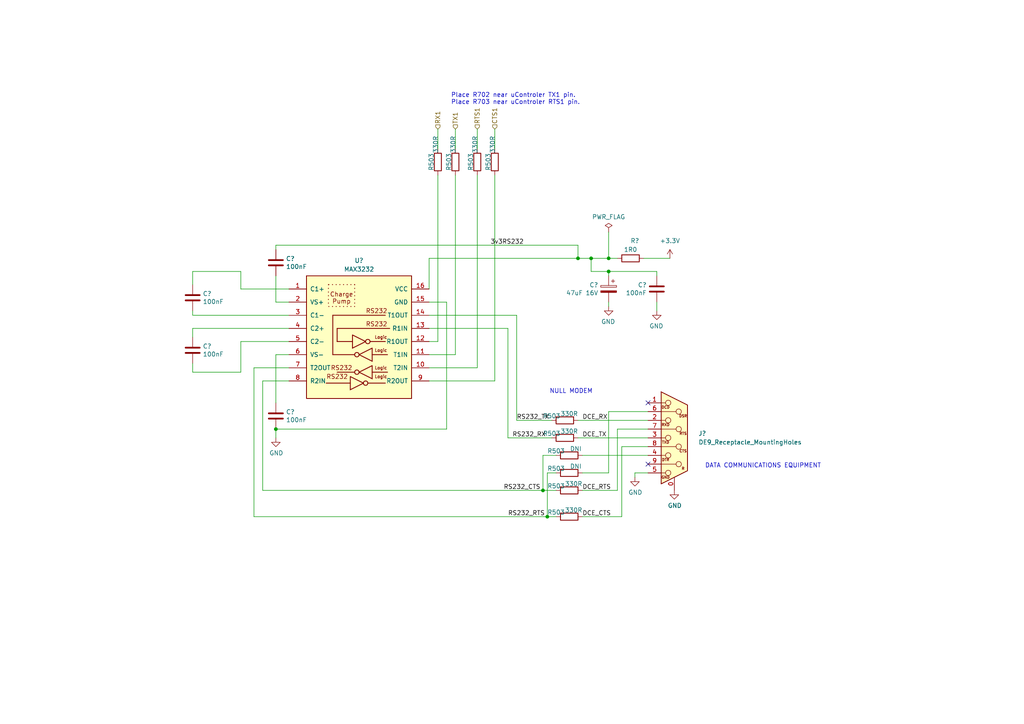
<source format=kicad_sch>
(kicad_sch (version 20230121) (generator eeschema)
  (paper "A4")
  (title_block (title "KRAKE_PCB") (date "2024-11-23") (rev "1") (company "PublicInvention") (comment 1 "GNU Affero General Public License v3.0") (comment 2 "DrawnBy: (Forrest) Lee Erickson, Nagham Kheir") (comment 3 "https://github.com/PubInv/krake") (comment 4 "Inherited from the GPAD"))
  (lib_symbols
    (symbol "Device:C" (pin_numbers hide) (pin_names (offset 0.254))
      (property "Reference" "C" (at 0.635 2.54 0))
      (property "Value" "C" (at 0.635 -2.54 0))
      (symbol "C_0_1"
        (polyline (pts (xy -2.032 -0.762) (xy 2.032 -0.762)) (stroke (width 0.508)))
        (polyline (pts (xy -2.032 0.762) (xy 2.032 0.762)) (stroke (width 0.508)))
      )
      (symbol "C_1_1"
        (pin passive line (at 0 3.81 270) (length 2.794) (name "~") (number "1"))
        (pin passive line (at 0 -3.81 90) (length 2.794) (name "~") (number "2"))
      )
    )
    (symbol "Device:C_Polarized" (pin_numbers hide) (pin_names (offset 0.254))
      (property "Reference" "C" (at 0.635 2.54 0))
      (property "Value" "C_Polarized" (at 0.635 -2.54 0))
      (symbol "C_Polarized_0_1"
        (rectangle (start -2.286 0.508) (end 2.286 1.016))
        (polyline (pts (xy -1.778 2.286) (xy -0.762 2.286)))
        (polyline (pts (xy -1.27 2.794) (xy -1.27 1.778)))
        (rectangle (start 2.286 -0.508) (end -2.286 -1.016) (fill (type outline)))
      )
      (symbol "C_Polarized_1_1"
        (pin passive line (at 0 3.81 270) (length 2.794) (name "~") (number "1"))
        (pin passive line (at 0 -3.81 90) (length 2.794) (name "~") (number "2"))
      )
    )
    (symbol "Device:R" (pin_numbers hide) (pin_names (offset 0))
      (property "Reference" "R" (at 2.032 0 90))
      (property "Value" "R" (at 0 0 90))
      (symbol "R_0_1"
        (rectangle (start -1.016 -2.54) (end 1.016 2.54) (stroke (width 0.254)))
      )
      (symbol "R_1_1"
        (pin passive line (at 0 3.81 270) (length 1.27) (name "~") (number "1"))
        (pin passive line (at 0 -3.81 90) (length 1.27) (name "~") (number "2"))
      )
    )
    (symbol "GPAD_SCH_LIB:DE9_Receptacle_MountingHoles_wSIGNALnames" (pin_names (offset 1.016) hide)
      (property "Reference" "J" (at 0 16.51 0))
      (property "Value" "DE9_Receptacle_MountingHoles" (at 0 14.605 0))
      (symbol "DE9_Receptacle_MountingHoles_wSIGNALnames_0_1"
        (circle (center -1.778 -10.16) (radius 0.762))
        (circle (center -1.778 -5.08) (radius 0.762))
        (circle (center -1.778 0) (radius 0.762))
        (circle (center -1.778 5.08) (radius 0.762))
        (circle (center -1.778 10.16) (radius 0.762))
        (polyline (pts (xy -3.81 -10.16) (xy -2.54 -10.16)))
        (polyline (pts (xy -3.81 -7.62) (xy 0.508 -7.62)))
        (polyline (pts (xy -3.81 -5.08) (xy -2.54 -5.08)))
        (polyline (pts (xy -3.81 -2.54) (xy 0.508 -2.54)))
        (polyline (pts (xy -3.81 0) (xy -2.54 0)))
        (polyline (pts (xy -3.81 2.54) (xy 0.508 2.54)))
        (polyline (pts (xy -3.81 5.08) (xy -2.54 5.08)))
        (polyline (pts (xy -3.81 7.62) (xy 0.508 7.62)))
        (polyline (pts (xy -3.81 10.16) (xy -2.54 10.16)))
        (polyline (pts (xy -3.81 13.335) (xy -3.81 -13.335) (xy 3.81 -9.525) (xy 3.81 9.525) (xy -3.81 13.335)) (stroke (width 0.254)) (fill (type background)))
        (circle (center 1.27 -7.62) (radius 0.762))
        (circle (center 1.27 -2.54) (radius 0.762))
        (circle (center 1.27 2.54) (radius 0.762))
        (circle (center 1.27 7.62) (radius 0.762))
      )
      (symbol "DE9_Receptacle_MountingHoles_wSIGNALnames_1_0"
        (text "DSR" (at 2.54 6.35 0) (effects (font (size 0.762 0.762))))
        (text "RTS" (at 2.54 1.27 0) (effects (font (size 0.762 0.762))))
      )
      (symbol "DE9_Receptacle_MountingHoles_wSIGNALnames_1_1"
        (text "CTS" (at 2.54 -3.81 0) (effects (font (size 0.762 0.762))))
        (text "DCD" (at -2.54 8.89 0) (effects (font (size 0.762 0.762))))
        (text "DTR" (at -2.54 -6.35 0) (effects (font (size 0.762 0.762))))
        (text "GND" (at -2.54 -11.43 0) (effects (font (size 0.762 0.762))))
        (text "R" (at 2.54 -8.89 0) (effects (font (size 0.762 0.762))))
        (text "RXD" (at -2.54 3.81 0) (effects (font (size 0.762 0.762))))
        (text "TXD" (at -2.54 -1.27 0) (effects (font (size 0.762 0.762))))
        (pin passive line (at 0 -15.24 90) (length 3.81) (name "PAD") (number "0"))
        (pin passive line (at -7.62 10.16 0) (length 3.81) (name "1") (number "1"))
        (pin passive line (at -7.62 5.08 0) (length 3.81) (name "2") (number "2"))
        (pin passive line (at -7.62 0 0) (length 3.81) (name "3") (number "3"))
        (pin passive line (at -7.62 -5.08 0) (length 3.81) (name "4") (number "4"))
        (pin passive line (at -7.62 -10.16 0) (length 3.81) (name "5") (number "5"))
        (pin passive line (at -7.62 7.62 0) (length 3.81) (name "6") (number "6"))
        (pin passive line (at -7.62 2.54 0) (length 3.81) (name "7") (number "7"))
        (pin passive line (at -7.62 -2.54 0) (length 3.81) (name "8") (number "8"))
        (pin passive line (at -7.62 -7.62 0) (length 3.81) (name "9") (number "9"))
      )
    )
    (symbol "GPAD_SCH_LIB:MAX3232_InOrder" (pin_names (offset 1.016))
      (property "Reference" "U?" (at 1.9559 29.845 0))
      (property "Value" "MAX3232" (at 1.9559 27.305 0))
      (symbol "MAX3232_InOrder_0_0"
        (text "RS232" (at -6.35 -2.54 0) (effects (font (size 1.27 1.27))))
        (text "RS232" (at -5.08 0 0) (effects (font (size 1.27 1.27))))
        (text "RS232" (at 5.08 12.7 0) (effects (font (size 1.27 1.27))))
        (text "RS232" (at 5.08 16.51 0) (effects (font (size 1.27 1.27))))
      )
      (symbol "MAX3232_InOrder_0_1"
        (rectangle (start -15.24 26.67) (end 15.24 -8.89) (stroke (width 0.254)) (fill (type background)))
        (circle (center -0.635 -1.27) (radius 0.635) (stroke (width 0.254)))
        (circle (center -0.635 3.81) (radius 0.635) (stroke (width 0.254)))
        (polyline (pts (xy -7.62 15.24) (xy -7.62 3.81)) (stroke (width 0.254)))
        (polyline (pts (xy -6.35 11.43) (xy -6.35 7.62)) (stroke (width 0.254)))
        (polyline (pts (xy -2.54 -4.445) (xy -9.525 -4.445)) (stroke (width 0.254)))
        (polyline (pts (xy -1.905 7.62) (xy -6.35 7.62)) (stroke (width 0.254)))
        (polyline (pts (xy -1.27 -1.27) (xy -6.35 -1.27)) (stroke (width 0.254)))
        (polyline (pts (xy -1.27 3.81) (xy -7.62 3.81)) (stroke (width 0.254)))
        (polyline (pts (xy 2.54 -4.445) (xy 7.62 -4.445)) (stroke (width 0.254)))
        (polyline (pts (xy 3.175 7.62) (xy 7.62 7.62)) (stroke (width 0.254)))
        (polyline (pts (xy 3.81 -1.27) (xy 8.255 -1.27)) (stroke (width 0.254)))
        (polyline (pts (xy 3.81 3.81) (xy 8.255 3.81)) (stroke (width 0.254)))
        (polyline (pts (xy 7.62 15.24) (xy -7.62 15.24)) (stroke (width 0.254)))
        (polyline (pts (xy 8.89 11.43) (xy -6.35 11.43)) (stroke (width 0.254)))
        (polyline (pts (xy -2.54 -6.35) (xy -2.54 -2.54) (xy 1.27 -4.445) (xy -2.54 -6.35)) (stroke (width 0.254)))
        (polyline (pts (xy -1.905 5.715) (xy -1.905 9.525) (xy 1.905 7.62) (xy -1.905 5.715)) (stroke (width 0.254)))
        (polyline (pts (xy 3.81 -3.175) (xy 3.81 0.635) (xy 0 -1.27) (xy 3.81 -3.175)) (stroke (width 0.254)))
        (polyline (pts (xy 3.81 1.905) (xy 3.81 5.715) (xy 0 3.81) (xy 3.81 1.905)) (stroke (width 0.254)))
        (circle (center 1.905 -4.445) (radius 0.635) (stroke (width 0.254)))
        (circle (center 2.54 7.62) (radius 0.635) (stroke (width 0.254)))
      )
      (symbol "MAX3232_InOrder_1_0"
        (text "Charge\nPump" (at -5.08 20.32 0) (effects (font (size 1.27 1.27))))
        (text "Logic" (at 6.35 -2.54 0) (effects (font (size 0.889 0.889))))
        (text "Logic" (at 6.35 0 0) (effects (font (size 0.889 0.889))))
        (text "Logic" (at 6.35 5.08 0) (effects (font (size 0.889 0.889))))
        (text "Logic" (at 6.35 8.89 0) (effects (font (size 0.889 0.889))))
      )
      (symbol "MAX3232_InOrder_1_1"
        (polyline (pts (xy -8.89 24.13) (xy -8.89 17.78)) (stroke (width 0.254) (type dot)))
        (polyline (pts (xy -1.27 17.78) (xy -8.89 17.78)) (stroke (width 0.254) (type dot)))
        (polyline (pts (xy -1.27 24.13) (xy -8.89 24.13)) (stroke (width 0.254) (type dot)))
        (polyline (pts (xy -1.27 24.13) (xy -1.27 17.78)) (stroke (width 0.254) (type dot)))
        (pin passive line (at -20.32 22.86 0) (length 5.08) (name "C1+") (number "1"))
        (pin input line (at 20.32 0 180) (length 5.08) (name "T2IN") (number "10"))
        (pin input line (at 20.32 3.81 180) (length 5.08) (name "T1IN") (number "11"))
        (pin output line (at 20.32 7.62 180) (length 5.08) (name "R1OUT") (number "12"))
        (pin input line (at 20.32 11.43 180) (length 5.08) (name "R1IN") (number "13"))
        (pin output line (at 20.32 15.24 180) (length 5.08) (name "T1OUT") (number "14"))
        (pin power_in line (at 20.32 19.05 180) (length 5.08) (name "GND") (number "15"))
        (pin power_in line (at 20.32 22.86 180) (length 5.08) (name "VCC") (number "16"))
        (pin power_out line (at -20.32 19.05 0) (length 5.08) (name "VS+") (number "2"))
        (pin passive line (at -20.32 15.24 0) (length 5.08) (name "C1-") (number "3"))
        (pin passive line (at -20.32 11.43 0) (length 5.08) (name "C2+") (number "4"))
        (pin passive line (at -20.32 7.62 0) (length 5.08) (name "C2-") (number "5"))
        (pin power_out line (at -20.32 3.81 0) (length 5.08) (name "VS-") (number "6"))
        (pin output line (at -20.32 0 0) (length 5.08) (name "T2OUT") (number "7"))
        (pin input line (at -20.32 -3.81 0) (length 5.08) (name "R2IN") (number "8"))
        (pin output line (at 20.32 -3.81 180) (length 5.08) (name "R2OUT") (number "9"))
      )
    )
    (symbol "power:+3.3V" (power) (pin_names (offset 0))
      (property "Value" "+3.3V" (at 0 3.556 0))
      (symbol "+3.3V_0_1"
        (polyline (pts (xy -0.762 1.27) (xy 0 2.54)))
        (polyline (pts (xy 0 0) (xy 0 2.54)))
        (polyline (pts (xy 0 2.54) (xy 0.762 1.27)))
      )
      (symbol "+3.3V_1_1"
        (pin power_in line (at 0 0 90) (length 0) hide (name "+3.3V") (number "1"))
      )
    )
    (symbol "power:GND" (power) (pin_names (offset 0))
      (property "Value" "GND" (at 0 -3.81 0))
      (symbol "GND_0_1"
        (polyline (pts (xy 0 0) (xy 0 -1.27) (xy 1.27 -1.27) (xy 0 -2.54) (xy -1.27 -1.27) (xy 0 -1.27)))
      )
      (symbol "GND_1_1"
        (pin power_in line (at 0 0 270) (length 0) hide (name "GND") (number "1"))
      )
    )
    (symbol "power:PWR_FLAG" (power) (pin_numbers hide) (pin_names (offset 0) hide)
      (property "Value" "PWR_FLAG" (at 0 3.81 0))
      (symbol "PWR_FLAG_0_0"
        (pin power_out line (at 0 0 90) (length 0) (name "pwr") (number "1"))
      )
      (symbol "PWR_FLAG_0_1"
        (polyline (pts (xy 0 0) (xy 0 1.27) (xy -1.016 1.905) (xy 0 2.54) (xy 1.016 1.905) (xy 0 1.27)))
      )
    )
  )
  (junction (at 176.53 78.74))
  (junction (at 80.01 124.46))
  (junction (at 171.45 74.93))
  (junction (at 176.53 74.93))
  (junction (at 167.64 74.93))
  (junction (at 158.75 149.86))
  (junction (at 157.48 142.24))
  (no_connect (at 187.96 134.62))
  (no_connect (at 187.96 116.84))
  (wire (pts (xy 127 37.465) (xy 127 43.18)))
  (wire (pts (xy 55.88 105.41) (xy 55.88 107.95)))
  (wire (pts (xy 138.43 37.465) (xy 138.43 43.18)))
  (wire (pts (xy 180.34 129.54) (xy 187.96 129.54)))
  (wire (pts (xy 69.85 107.95) (xy 69.85 99.06)))
  (wire (pts (xy 69.85 78.74) (xy 55.88 78.74)))
  (wire (pts (xy 76.2 142.24) (xy 157.48 142.24)))
  (wire (pts (xy 132.08 102.87) (xy 124.46 102.87)))
  (wire (pts (xy 190.5 78.74) (xy 176.53 78.74)))
  (wire (pts (xy 124.46 106.68) (xy 138.43 106.68)))
  (wire (pts (xy 179.07 74.93) (xy 176.53 74.93)))
  (wire (pts (xy 187.96 132.08) (xy 168.91 132.08)))
  (wire (pts (xy 161.29 132.08) (xy 157.48 132.08)))
  (wire (pts (xy 80.01 71.12) (xy 80.01 72.39)))
  (wire (pts (xy 132.08 37.465) (xy 132.08 43.18)))
  (wire (pts (xy 184.15 138.43) (xy 184.15 137.16)))
  (wire (pts (xy 179.07 124.46) (xy 187.96 124.46)))
  (wire (pts (xy 184.15 137.16) (xy 187.96 137.16)))
  (wire (pts (xy 127 99.06) (xy 124.46 99.06)))
  (wire (pts (xy 147.32 127) (xy 160.02 127)))
  (wire (pts (xy 83.82 83.82) (xy 69.85 83.82)))
  (wire (pts (xy 176.53 88.9) (xy 176.53 87.63)))
  (wire (pts (xy 168.91 142.24) (xy 179.07 142.24)))
  (wire (pts (xy 167.64 127) (xy 187.96 127)))
  (wire (pts (xy 138.43 50.8) (xy 138.43 106.68)))
  (wire (pts (xy 158.75 149.86) (xy 161.29 149.86)))
  (wire (pts (xy 124.46 87.63) (xy 129.54 87.63)))
  (wire (pts (xy 55.88 90.17) (xy 55.88 91.44)))
  (wire (pts (xy 69.85 99.06) (xy 83.82 99.06)))
  (wire (pts (xy 83.82 95.25) (xy 55.88 95.25)))
  (wire (pts (xy 176.53 137.16) (xy 168.91 137.16)))
  (wire (pts (xy 157.48 142.24) (xy 161.29 142.24)))
  (wire (pts (xy 80.01 71.12) (xy 167.64 71.12)))
  (wire (pts (xy 190.5 90.17) (xy 190.5 87.63)))
  (wire (pts (xy 55.88 78.74) (xy 55.88 82.55)))
  (wire (pts (xy 83.82 110.49) (xy 76.2 110.49)))
  (wire (pts (xy 124.46 74.93) (xy 167.64 74.93)))
  (wire (pts (xy 149.86 121.92) (xy 160.02 121.92)))
  (wire (pts (xy 80.01 124.46) (xy 129.54 124.46)))
  (wire (pts (xy 124.46 95.25) (xy 147.32 95.25)))
  (wire (pts (xy 55.88 107.95) (xy 69.85 107.95)))
  (wire (pts (xy 176.53 78.74) (xy 171.45 78.74)))
  (wire (pts (xy 171.45 74.93) (xy 176.53 74.93)))
  (wire (pts (xy 55.88 95.25) (xy 55.88 97.79)))
  (wire (pts (xy 176.53 80.01) (xy 176.53 78.74)))
  (wire (pts (xy 80.01 124.46) (xy 80.01 127)))
  (wire (pts (xy 176.53 67.31) (xy 176.53 74.93)))
  (wire (pts (xy 80.01 102.87) (xy 80.01 116.84)))
  (wire (pts (xy 80.01 87.63) (xy 83.82 87.63)))
  (wire (pts (xy 124.46 74.93) (xy 124.46 83.82)))
  (wire (pts (xy 161.29 137.16) (xy 158.75 137.16)))
  (wire (pts (xy 143.51 110.49) (xy 124.46 110.49)))
  (wire (pts (xy 55.88 91.44) (xy 83.82 91.44)))
  (wire (pts (xy 69.85 83.82) (xy 69.85 78.74)))
  (wire (pts (xy 167.64 121.92) (xy 187.96 121.92)))
  (wire (pts (xy 129.54 87.63) (xy 129.54 124.46)))
  (wire (pts (xy 179.07 142.24) (xy 179.07 124.46)))
  (wire (pts (xy 149.86 91.44) (xy 149.86 121.92)))
  (wire (pts (xy 73.66 149.86) (xy 158.75 149.86)))
  (wire (pts (xy 180.34 149.86) (xy 180.34 129.54)))
  (wire (pts (xy 190.5 80.01) (xy 190.5 78.74)))
  (wire (pts (xy 176.53 119.38) (xy 176.53 137.16)))
  (wire (pts (xy 143.51 50.8) (xy 143.51 110.49)))
  (wire (pts (xy 147.32 95.25) (xy 147.32 127)))
  (wire (pts (xy 167.64 74.93) (xy 171.45 74.93)))
  (wire (pts (xy 167.64 71.12) (xy 167.64 74.93)))
  (wire (pts (xy 124.46 91.44) (xy 149.86 91.44)))
  (wire (pts (xy 83.82 106.68) (xy 73.66 106.68)))
  (wire (pts (xy 157.48 132.08) (xy 157.48 142.24)))
  (wire (pts (xy 76.2 110.49) (xy 76.2 142.24)))
  (wire (pts (xy 194.31 74.93) (xy 186.69 74.93)))
  (wire (pts (xy 158.75 137.16) (xy 158.75 149.86)))
  (wire (pts (xy 168.91 149.86) (xy 180.34 149.86)))
  (wire (pts (xy 143.51 37.465) (xy 143.51 43.18)))
  (wire (pts (xy 132.08 50.8) (xy 132.08 102.87)))
  (wire (pts (xy 171.45 78.74) (xy 171.45 74.93)))
  (wire (pts (xy 127 50.8) (xy 127 99.06)))
  (wire (pts (xy 80.01 102.87) (xy 83.82 102.87)))
  (wire (pts (xy 73.66 106.68) (xy 73.66 149.86)))
  (wire (pts (xy 80.01 80.01) (xy 80.01 87.63)))
  (wire (pts (xy 187.96 119.38) (xy 176.53 119.38)))
  (text "Place R702 near uControler TX1 pin.\nPlace R703 near uControler RTS1 pin." (at 130.81 30.48 0) (effects (font (size 1.27 1.27)) (justify left bottom)))
  (text "NULL MODEM" (at 159.385 114.3 0) (effects (font (size 1.27 1.27)) (justify left bottom)))
  (text "DATA COMMUNICATIONS EQUIPMENT" (at 204.47 135.89 0) (effects (font (size 1.27 1.27)) (justify left bottom)))
  (label "3v3RS232" (at 142.24 71.12 0))
  (label "RS232_RX" (at 148.59 127 0))
  (label "RS232_TX" (at 149.86 121.92 0))
  (label "RS232_RTS" (at 147.32 149.86 0))
  (label "DCE_RX" (at 168.91 121.92 0))
  (label "DCE_TX" (at 168.91 127 0))
  (label "DCE_RTS" (at 168.91 142.24 0))
  (label "DCE_CTS" (at 168.91 149.86 0))
  (label "RS232_CTS" (at 146.05 142.24 0))
  (hierarchical_label "CTS1" (shape input) (at 143.51 37.465 90))
  (hierarchical_label "TX1" (shape input) (at 132.08 37.465 90))
  (hierarchical_label "RX1" (shape input) (at 127 37.465 90))
  (hierarchical_label "RTS1" (shape input) (at 138.43 37.465 90))
  (symbol (lib_id "power:GND") (at 195.58 142.24 0) (unit 1)
    (property "Reference" "#PWR028" (effects hide))
    (property "Value" "GND" (at 195.707 146.6342 0))
    (instances (project "PCBa_KRAKE" (path "" (reference "#PWR028") (unit 1)) (path "" (reference "#PWR032") (unit 1))))
  )
  (symbol (lib_id "Device:R") (at 132.08 46.99 0) (unit 1)
    (property "Reference" "R503" (at 130.175 46.99 90))
    (property "Value" "330R" (at 131.445 41.91 90))
    (property "Footprint" "Resistor_SMD:R_0603_1608Metric_Pad0.98x0.95mm_HandSolder" (effects hide))
    (property "Distributor 1" "JLCPCB" (effects hide))
    (property "Distributor 1 PN" "C269711" (effects hide))
    (property "Manufacturer" "TyoHM" (effects hide))
    (property "MPN" "RMC06033301%N" (effects hide))
    (property "Description" "0.1W ±1% 330Ω 0603 Chip Resistor - Surface Mount ROHS" (effects hide))
    (property "AssemblyType" "SMT" (effects hide))
    (property "Cost" "0.0015" (effects hide))
    (instances (project "PCBa_KRAKE" (path "" (reference "R503") (unit 1)) (path "" (reference "R?") (unit 1)) (path "" (reference "R702") (unit 1))))
  )
  (symbol (lib_id "GPAD_SCH_LIB:DE9_Receptacle_MountingHoles_wSIGNALnames") (at 195.58 127 0) (unit 1)
    (property "Reference" "J?" (at 202.565 125.73 0) (effects (justify left)))
    (property "Value" "DE9_Receptacle_MountingHoles" (at 202.565 128.27 0) (effects (justify left)))
    (property "Footprint" "Connector_Dsub:DSUB-9_Female_Horizontal_P2.77x2.84mm_EdgePinOffset9.90mm_Housed_MountingHolesOffset11.32mm" (effects hide))
    (property "Datasheet" " ~" (effects hide))
    (instances (project "PCBa_KRAKE" (path "" (reference "J?") (unit 1)) (path "" (reference "J701") (unit 1))))
  )
  (symbol (lib_id "power:GND") (at 190.5 90.17 0) (mirror y) (unit 1)
    (property "Reference" "#PWR031" (effects hide))
    (property "Value" "GND" (at 190.373 94.5642 0))
    (instances (project "PCBa_KRAKE" (path "" (reference "#PWR031") (unit 1)) (path "" (reference "#PWR030") (unit 1))))
  )
  (symbol (lib_id "GPAD_SCH_LIB:MAX3232_InOrder") (at 104.14 106.68 0) (unit 1)
    (property "Reference" "U?" (at 104.14 75.565 0))
    (property "Value" "MAX3232" (at 104.14 78.105 0))
    (property "Footprint" "Package_SO:SOIC-16_4.55x10.3mm_P1.27mm" (effects hide))
    (property "Datasheet" "https://datasheets.maximintegrated.com/en/ds/MAX3222-MAX3241.pdf" (effects hide))
    (instances (project "PCBa_KRAKE" (path "" (reference "U?") (unit 1)) (path "" (reference "U701") (unit 1))))
  )
  (symbol (lib_id "Device:R") (at 165.1 132.08 90) (unit 1) (in_bom no)
    (property "Reference" "R503" (at 161.29 130.81 90))
    (property "Value" "DNI" (at 167.005 130.175 90))
    (property "Footprint" "Resistor_SMD:R_0603_1608Metric_Pad0.98x0.95mm_HandSolder" (effects hide))
    (property "Distributor 1" "JLCPCB" (effects hide))
    (property "Distributor 1 PN" "C269711" (effects hide))
    (property "Manufacturer" "TyoHM" (effects hide))
    (property "MPN" "RMC06033301%N" (effects hide))
    (property "Description" "0.1W ±1% 330Ω 0603 Chip Resistor - Surface Mount ROHS" (effects hide))
    (property "AssemblyType" "SMT" (effects hide))
    (property "Cost" "0.0015" (effects hide))
    (instances (project "PCBa_KRAKE" (path "" (reference "R503") (unit 1)) (path "" (reference "R?") (unit 1)) (path "" (reference "R707") (unit 1))))
  )
  (symbol (lib_id "power:GND") (at 176.53 88.9 0) (mirror y) (unit 1)
    (property "Reference" "#PWR032" (effects hide))
    (property "Value" "GND" (at 176.403 93.2942 0))
    (instances (project "PCBa_KRAKE" (path "" (reference "#PWR032") (unit 1)) (path "" (reference "#PWR027") (unit 1))))
  )
  (symbol (lib_id "Device:C_Polarized") (at 176.53 83.82 0) (mirror y) (unit 1)
    (property "Reference" "C?" (at 173.5328 82.6516 0) (effects (justify left)))
    (property "Value" "47uF 16V" (at 173.5328 84.963 0) (effects (justify left)))
    (property "Footprint" "Capacitor_SMD:CP_Elec_5x5.4" (effects hide))
    (property "Distributor 1" "JLCPCB" (effects hide))
    (property "Distributor 1 PN" "C2895272" (effects hide))
    (property "Manufacturer" "KNSCHA" (effects hide))
    (property "MPN" "RVT47UF16V67RV0019" (effects hide))
    (property "AssemblyType" "SMT" (effects hide))
    (property "Cost" "0.038" (effects hide))
    (instances (project "PCBa_KRAKE" (path "" (reference "C?") (unit 1)) (path "" (reference "C705") (unit 1))))
  )
  (symbol (lib_id "power:PWR_FLAG") (at 176.53 67.31 0) (mirror y) (unit 1)
    (property "Reference" "#FLG03" (effects hide))
    (property "Value" "PWR_FLAG" (at 176.53 62.9158 0))
  )
  (symbol (lib_id "Device:R") (at 165.1 149.86 90) (unit 1)
    (property "Reference" "R503" (at 161.29 148.59 90))
    (property "Value" "330R" (at 166.37 147.955 90))
    (property "Footprint" "Resistor_SMD:R_0603_1608Metric_Pad0.98x0.95mm_HandSolder" (effects hide))
    (property "Distributor 1" "JLCPCB" (effects hide))
    (property "Distributor 1 PN" "C269711" (effects hide))
    (property "Manufacturer" "TyoHM" (effects hide))
    (property "MPN" "RMC06033301%N" (effects hide))
    (property "Description" "0.1W ±1% 330Ω 0603 Chip Resistor - Surface Mount ROHS" (effects hide))
    (property "AssemblyType" "SMT" (effects hide))
    (property "Cost" "0.0015" (effects hide))
    (instances (project "PCBa_KRAKE" (path "" (reference "R503") (unit 1)) (path "" (reference "R?") (unit 1)) (path "" (reference "R710") (unit 1))))
  )
  (symbol (lib_id "Device:C") (at 190.5 83.82 0) (mirror y) (unit 1)
    (property "Reference" "C?" (at 187.579 82.6516 0) (effects (justify left)))
    (property "Value" "100nF" (at 187.579 84.963 0) (effects (justify left)))
    (property "Footprint" "Capacitor_SMD:C_0603_1608Metric_Pad1.08x0.95mm_HandSolder" (effects hide))
    (property "Distributor 1" "JLCPCB" (effects hide))
    (property "Distributor 1 PN" "C14663" (effects hide))
    (property "Manufacturer" "YAGEO" (effects hide))
    (property "MPN" "CC0603KRX7R9BB104" (effects hide))
    (property "Description" "50V 100nF X7R ±10% 0603 Multilayer Ceramic Capacitors MLCC - SMD/SMT ROHS" (effects hide))
    (property "AssemblyType" "SMT" (effects hide))
    (property "Cost" "0.0021" (effects hide))
    (instances (project "PCBa_KRAKE" (path "" (reference "C?") (unit 1)) (path "" (reference "C706") (unit 1))))
  )
  (symbol (lib_id "Device:R") (at 138.43 46.99 0) (unit 1)
    (property "Reference" "R503" (at 136.525 46.99 90))
    (property "Value" "330R" (at 137.795 41.91 90))
    (property "Footprint" "Resistor_SMD:R_0603_1608Metric_Pad0.98x0.95mm_HandSolder" (effects hide))
    (property "Distributor 1" "JLCPCB" (effects hide))
    (property "Distributor 1 PN" "C269711" (effects hide))
    (property "Manufacturer" "TyoHM" (effects hide))
    (property "MPN" "RMC06033301%N" (effects hide))
    (property "Description" "0.1W ±1% 330Ω 0603 Chip Resistor - Surface Mount ROHS" (effects hide))
    (property "AssemblyType" "SMT" (effects hide))
    (property "Cost" "0.0015" (effects hide))
    (instances (project "PCBa_KRAKE" (path "" (reference "R503") (unit 1)) (path "" (reference "R?") (unit 1)) (path "" (reference "R703") (unit 1))))
  )
  (symbol (lib_id "Device:C") (at 55.88 86.36 0) (unit 1)
    (property "Reference" "C?" (at 58.801 85.1916 0) (effects (justify left)))
    (property "Value" "100nF" (at 58.801 87.503 0) (effects (justify left)))
    (property "Footprint" "Capacitor_SMD:C_0603_1608Metric_Pad1.08x0.95mm_HandSolder" (effects hide))
    (property "Distributor 1" "JLCPCB" (effects hide))
    (property "Distributor 1 PN" "C14663" (effects hide))
    (property "Manufacturer" "YAGEO" (effects hide))
    (property "MPN" "CC0603KRX7R9BB104" (effects hide))
    (property "Description" "50V 100nF X7R ±10% 0603 Multilayer Ceramic Capacitors MLCC - SMD/SMT ROHS" (effects hide))
    (property "AssemblyType" "SMT" (effects hide))
    (property "Cost" "0.0021" (effects hide))
    (instances (project "PCBa_KRAKE" (path "" (reference "C?") (unit 1)) (path "" (reference "C701") (unit 1))))
  )
  (symbol (lib_id "Device:C") (at 55.88 101.6 0) (unit 1)
    (property "Reference" "C?" (at 58.801 100.4316 0) (effects (justify left)))
    (property "Value" "100nF" (at 58.801 102.743 0) (effects (justify left)))
    (property "Footprint" "Capacitor_SMD:C_0603_1608Metric_Pad1.08x0.95mm_HandSolder" (effects hide))
    (property "Distributor 1" "JLCPCB" (effects hide))
    (property "Distributor 1 PN" "C14663" (effects hide))
    (property "Manufacturer" "YAGEO" (effects hide))
    (property "MPN" "CC0603KRX7R9BB104" (effects hide))
    (property "Description" "50V 100nF X7R ±10% 0603 Multilayer Ceramic Capacitors MLCC - SMD/SMT ROHS" (effects hide))
    (property "AssemblyType" "SMT" (effects hide))
    (property "Cost" "0.0021" (effects hide))
    (instances (project "PCBa_KRAKE" (path "" (reference "C?") (unit 1)) (path "" (reference "C702") (unit 1))))
  )
  (symbol (lib_id "Device:R") (at 143.51 46.99 0) (unit 1)
    (property "Reference" "R503" (at 141.605 46.99 90))
    (property "Value" "330R" (at 142.875 41.91 90))
    (property "Footprint" "Resistor_SMD:R_0603_1608Metric_Pad0.98x0.95mm_HandSolder" (effects hide))
    (property "Distributor 1" "JLCPCB" (effects hide))
    (property "Distributor 1 PN" "C269711" (effects hide))
    (property "Manufacturer" "TyoHM" (effects hide))
    (property "MPN" "RMC06033301%N" (effects hide))
    (property "Description" "0.1W ±1% 330Ω 0603 Chip Resistor - Surface Mount ROHS" (effects hide))
    (property "AssemblyType" "SMT" (effects hide))
    (property "Cost" "0.0015" (effects hide))
    (instances (project "PCBa_KRAKE" (path "" (reference "R503") (unit 1)) (path "" (reference "R?") (unit 1)) (path "" (reference "R704") (unit 1))))
  )
  (symbol (lib_id "Device:R") (at 163.83 127 90) (unit 1)
    (property "Reference" "R503" (at 160.02 125.73 90))
    (property "Value" "330R" (at 165.1 125.095 90))
    (property "Footprint" "Resistor_SMD:R_0603_1608Metric_Pad0.98x0.95mm_HandSolder" (effects hide))
    (property "Distributor 1" "JLCPCB" (effects hide))
    (property "Distributor 1 PN" "C269711" (effects hide))
    (property "Manufacturer" "TyoHM" (effects hide))
    (property "MPN" "RMC06033301%N" (effects hide))
    (property "Description" "0.1W ±1% 330Ω 0603 Chip Resistor - Surface Mount ROHS" (effects hide))
    (property "AssemblyType" "SMT" (effects hide))
    (property "Cost" "0.0015" (effects hide))
    (instances (project "PCBa_KRAKE" (path "" (reference "R503") (unit 1)) (path "" (reference "R?") (unit 1)) (path "" (reference "R706") (unit 1))))
  )
  (symbol (lib_id "Device:R") (at 182.88 74.93 90) (mirror x) (unit 1)
    (property "Reference" "R?" (at 184.15 69.85 90))
    (property "Value" "1R0" (at 182.88 72.39 90))
    (property "Footprint" "Resistor_SMD:R_0603_1608Metric_Pad0.98x0.95mm_HandSolder" (effects hide))
    (property "Distributor 1" "JLCPCB" (effects hide))
    (property "Distributor 1 PN" "C269434" (effects hide))
    (property "Manufacturer" "TyoHM" (effects hide))
    (property "MPN" "RMC060315%N" (effects hide))
    (property "Description" "0.1W ±5% 1Ω 0603 Chip Resistor - Surface Mount ROHS" (effects hide))
    (property "AssemblyType" "SMT" (effects hide))
    (property "Cost" "0.0015" (effects hide))
    (instances (project "PCBa_KRAKE" (path "" (reference "R?") (unit 1)) (path "" (reference "R711") (unit 1))))
  )
  (symbol (lib_id "Device:R") (at 165.1 142.24 90) (unit 1)
    (property "Reference" "R503" (at 161.29 140.97 90))
    (property "Value" "330R" (at 166.37 140.335 90))
    (property "Footprint" "Resistor_SMD:R_0603_1608Metric_Pad0.98x0.95mm_HandSolder" (effects hide))
    (property "Distributor 1" "JLCPCB" (effects hide))
    (property "Distributor 1 PN" "C269711" (effects hide))
    (property "Manufacturer" "TyoHM" (effects hide))
    (property "MPN" "RMC06033301%N" (effects hide))
    (property "Description" "0.1W ±1% 330Ω 0603 Chip Resistor - Surface Mount ROHS" (effects hide))
    (property "AssemblyType" "SMT" (effects hide))
    (property "Cost" "0.0015" (effects hide))
    (instances (project "PCBa_KRAKE" (path "" (reference "R503") (unit 1)) (path "" (reference "R?") (unit 1)) (path "" (reference "R709") (unit 1))))
  )
  (symbol (lib_id "Device:R") (at 165.1 137.16 90) (unit 1) (in_bom no)
    (property "Reference" "R503" (at 161.29 135.89 90))
    (property "Value" "DNI" (at 167.005 135.255 90))
    (property "Footprint" "Resistor_SMD:R_0603_1608Metric_Pad0.98x0.95mm_HandSolder" (effects hide))
    (property "Distributor 1" "JLCPCB" (effects hide))
    (property "Distributor 1 PN" "C269711" (effects hide))
    (property "Manufacturer" "TyoHM" (effects hide))
    (property "MPN" "RMC06033301%N" (effects hide))
    (property "Description" "0.1W ±1% 330Ω 0603 Chip Resistor - Surface Mount ROHS" (effects hide))
    (property "AssemblyType" "SMT" (effects hide))
    (property "Cost" "0.0015" (effects hide))
    (instances (project "PCBa_KRAKE" (path "" (reference "R503") (unit 1)) (path "" (reference "R?") (unit 1)) (path "" (reference "R708") (unit 1))))
  )
  (symbol (lib_id "power:+3.3V") (at 194.31 74.93 0) (mirror y) (unit 1)
    (property "Reference" "#PWR030" (effects hide))
    (property "Value" "+3.3V" (at 194.31 69.85 0))
    (instances (project "PCBa_KRAKE" (path "" (reference "#PWR030") (unit 1)) (path "" (reference "#PWR031") (unit 1))))
  )
  (symbol (lib_id "power:GND") (at 184.15 138.43 0) (unit 1)
    (property "Reference" "#PWR026" (effects hide))
    (property "Value" "GND" (at 184.277 142.8242 0))
    (instances (project "PCBa_KRAKE" (path "" (reference "#PWR026") (unit 1)) (path "" (reference "#PWR028") (unit 1))))
  )
  (symbol (lib_id "Device:C") (at 80.01 120.65 0) (unit 1)
    (property "Reference" "C?" (at 82.931 119.4816 0) (effects (justify left)))
    (property "Value" "100nF" (at 82.931 121.793 0) (effects (justify left)))
    (property "Footprint" "Capacitor_SMD:C_0603_1608Metric_Pad1.08x0.95mm_HandSolder" (effects hide))
    (property "Distributor 1" "JLCPCB" (effects hide))
    (property "Distributor 1 PN" "C14663" (effects hide))
    (property "Manufacturer" "YAGEO" (effects hide))
    (property "MPN" "CC0603KRX7R9BB104" (effects hide))
    (property "Description" "50V 100nF X7R ±10% 0603 Multilayer Ceramic Capacitors MLCC - SMD/SMT ROHS" (effects hide))
    (property "AssemblyType" "SMT" (effects hide))
    (property "Cost" "0.0021" (effects hide))
    (instances (project "PCBa_KRAKE" (path "" (reference "C?") (unit 1)) (path "" (reference "C704") (unit 1))))
  )
  (symbol (lib_id "Device:R") (at 127 46.99 0) (unit 1)
    (property "Reference" "R503" (at 125.095 46.99 90))
    (property "Value" "330R" (at 126.365 41.91 90))
    (property "Footprint" "Resistor_SMD:R_0603_1608Metric_Pad0.98x0.95mm_HandSolder" (effects hide))
    (property "Distributor 1" "JLCPCB" (effects hide))
    (property "Distributor 1 PN" "C269711" (effects hide))
    (property "Manufacturer" "TyoHM" (effects hide))
    (property "MPN" "RMC06033301%N" (effects hide))
    (property "Description" "0.1W ±1% 330Ω 0603 Chip Resistor - Surface Mount ROHS" (effects hide))
    (property "AssemblyType" "SMT" (effects hide))
    (property "Cost" "0.0015" (effects hide))
    (instances (project "PCBa_KRAKE" (path "" (reference "R503") (unit 1)) (path "" (reference "R?") (unit 1)) (path "" (reference "R701") (unit 1))))
  )
  (symbol (lib_id "power:GND") (at 80.01 127 0) (unit 1)
    (property "Reference" "#PWR027" (effects hide))
    (property "Value" "GND" (at 80.137 131.3942 0))
    (instances (project "PCBa_KRAKE" (path "" (reference "#PWR027") (unit 1)) (path "" (reference "#PWR026") (unit 1))))
  )
  (symbol (lib_id "Device:R") (at 163.83 121.92 90) (unit 1)
    (property "Reference" "R503" (at 160.02 120.65 90))
    (property "Value" "330R" (at 165.1 120.015 90))
    (property "Footprint" "Resistor_SMD:R_0603_1608Metric_Pad0.98x0.95mm_HandSolder" (effects hide))
    (property "Distributor 1" "JLCPCB" (effects hide))
    (property "Distributor 1 PN" "C269711" (effects hide))
    (property "Manufacturer" "TyoHM" (effects hide))
    (property "MPN" "RMC06033301%N" (effects hide))
    (property "Description" "0.1W ±1% 330Ω 0603 Chip Resistor - Surface Mount ROHS" (effects hide))
    (property "AssemblyType" "SMT" (effects hide))
    (property "Cost" "0.0015" (effects hide))
    (instances (project "PCBa_KRAKE" (path "" (reference "R503") (unit 1)) (path "" (reference "R?") (unit 1)) (path "" (reference "R705") (unit 1))))
  )
  (symbol (lib_id "Device:C") (at 80.01 76.2 0) (unit 1)
    (property "Reference" "C?" (at 82.931 75.0316 0) (effects (justify left)))
    (property "Value" "100nF" (at 82.931 77.343 0) (effects (justify left)))
    (property "Footprint" "Capacitor_SMD:C_0603_1608Metric_Pad1.08x0.95mm_HandSolder" (effects hide))
    (property "Distributor 1" "JLCPCB" (effects hide))
    (property "Distributor 1 PN" "C14663" (effects hide))
    (property "Manufacturer" "YAGEO" (effects hide))
    (property "MPN" "CC0603KRX7R9BB104" (effects hide))
    (property "Description" "50V 100nF X7R ±10% 0603 Multilayer Ceramic Capacitors MLCC - SMD/SMT ROHS" (effects hide))
    (property "AssemblyType" "SMT" (effects hide))
    (property "Cost" "0.0021" (effects hide))
    (instances (project "PCBa_KRAKE" (path "" (reference "C?") (unit 1)) (path "" (reference "C703") (unit 1))))
  )
)
</source>
